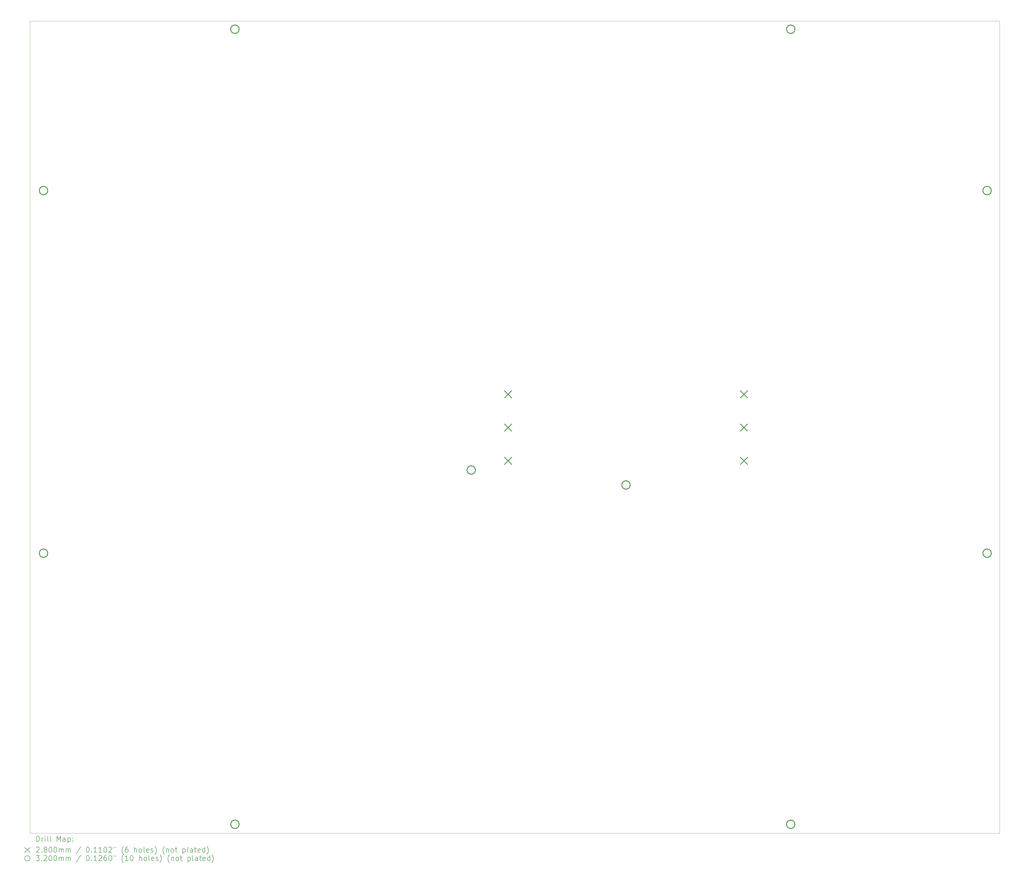
<source format=gbr>
%TF.GenerationSoftware,KiCad,Pcbnew,(6.0.8)*%
%TF.CreationDate,2022-10-19T21:35:52+01:00*%
%TF.ProjectId,DgnBeta,44676e42-6574-4612-9e6b-696361645f70,rev?*%
%TF.SameCoordinates,Original*%
%TF.FileFunction,Drillmap*%
%TF.FilePolarity,Positive*%
%FSLAX45Y45*%
G04 Gerber Fmt 4.5, Leading zero omitted, Abs format (unit mm)*
G04 Created by KiCad (PCBNEW (6.0.8)) date 2022-10-19 21:35:52*
%MOMM*%
%LPD*%
G01*
G04 APERTURE LIST*
%ADD10C,0.050000*%
%ADD11C,0.200000*%
%ADD12C,0.280000*%
%ADD13C,0.320000*%
G04 APERTURE END LIST*
D10*
X1450000Y-38500000D02*
X38450000Y-38500000D01*
X38450000Y-38500000D02*
X38450000Y-7500000D01*
X1450000Y-7500000D02*
X38450000Y-7500000D01*
X1450000Y-38500000D02*
X1450000Y-7500000D01*
D11*
D12*
X19553500Y-21607000D02*
X19833500Y-21887000D01*
X19833500Y-21607000D02*
X19553500Y-21887000D01*
X19553500Y-22877000D02*
X19833500Y-23157000D01*
X19833500Y-22877000D02*
X19553500Y-23157000D01*
X19553500Y-24147000D02*
X19833500Y-24427000D01*
X19833500Y-24147000D02*
X19553500Y-24427000D01*
X28553500Y-21607000D02*
X28833500Y-21887000D01*
X28833500Y-21607000D02*
X28553500Y-21887000D01*
X28553500Y-22877000D02*
X28833500Y-23157000D01*
X28833500Y-22877000D02*
X28553500Y-23157000D01*
X28553500Y-24147000D02*
X28833500Y-24427000D01*
X28833500Y-24147000D02*
X28553500Y-24427000D01*
D13*
X2128500Y-13970000D02*
G75*
G03*
X2128500Y-13970000I-160000J0D01*
G01*
X2128500Y-27813000D02*
G75*
G03*
X2128500Y-27813000I-160000J0D01*
G01*
X9431000Y-7810500D02*
G75*
G03*
X9431000Y-7810500I-160000J0D01*
G01*
X9431000Y-38163500D02*
G75*
G03*
X9431000Y-38163500I-160000J0D01*
G01*
X18448000Y-24638000D02*
G75*
G03*
X18448000Y-24638000I-160000J0D01*
G01*
X24353500Y-25209500D02*
G75*
G03*
X24353500Y-25209500I-160000J0D01*
G01*
X30640000Y-7810500D02*
G75*
G03*
X30640000Y-7810500I-160000J0D01*
G01*
X30640000Y-38163500D02*
G75*
G03*
X30640000Y-38163500I-160000J0D01*
G01*
X38133000Y-13970000D02*
G75*
G03*
X38133000Y-13970000I-160000J0D01*
G01*
X38133000Y-27813000D02*
G75*
G03*
X38133000Y-27813000I-160000J0D01*
G01*
D11*
X1705119Y-38812976D02*
X1705119Y-38612976D01*
X1752738Y-38612976D01*
X1781309Y-38622500D01*
X1800357Y-38641548D01*
X1809881Y-38660595D01*
X1819405Y-38698690D01*
X1819405Y-38727262D01*
X1809881Y-38765357D01*
X1800357Y-38784405D01*
X1781309Y-38803452D01*
X1752738Y-38812976D01*
X1705119Y-38812976D01*
X1905119Y-38812976D02*
X1905119Y-38679643D01*
X1905119Y-38717738D02*
X1914643Y-38698690D01*
X1924167Y-38689167D01*
X1943214Y-38679643D01*
X1962262Y-38679643D01*
X2028928Y-38812976D02*
X2028928Y-38679643D01*
X2028928Y-38612976D02*
X2019405Y-38622500D01*
X2028928Y-38632024D01*
X2038452Y-38622500D01*
X2028928Y-38612976D01*
X2028928Y-38632024D01*
X2152738Y-38812976D02*
X2133690Y-38803452D01*
X2124167Y-38784405D01*
X2124167Y-38612976D01*
X2257500Y-38812976D02*
X2238452Y-38803452D01*
X2228929Y-38784405D01*
X2228929Y-38612976D01*
X2486071Y-38812976D02*
X2486071Y-38612976D01*
X2552738Y-38755833D01*
X2619405Y-38612976D01*
X2619405Y-38812976D01*
X2800357Y-38812976D02*
X2800357Y-38708214D01*
X2790833Y-38689167D01*
X2771786Y-38679643D01*
X2733690Y-38679643D01*
X2714643Y-38689167D01*
X2800357Y-38803452D02*
X2781310Y-38812976D01*
X2733690Y-38812976D01*
X2714643Y-38803452D01*
X2705119Y-38784405D01*
X2705119Y-38765357D01*
X2714643Y-38746310D01*
X2733690Y-38736786D01*
X2781310Y-38736786D01*
X2800357Y-38727262D01*
X2895595Y-38679643D02*
X2895595Y-38879643D01*
X2895595Y-38689167D02*
X2914643Y-38679643D01*
X2952738Y-38679643D01*
X2971786Y-38689167D01*
X2981309Y-38698690D01*
X2990833Y-38717738D01*
X2990833Y-38774881D01*
X2981309Y-38793929D01*
X2971786Y-38803452D01*
X2952738Y-38812976D01*
X2914643Y-38812976D01*
X2895595Y-38803452D01*
X3076548Y-38793929D02*
X3086071Y-38803452D01*
X3076548Y-38812976D01*
X3067024Y-38803452D01*
X3076548Y-38793929D01*
X3076548Y-38812976D01*
X3076548Y-38689167D02*
X3086071Y-38698690D01*
X3076548Y-38708214D01*
X3067024Y-38698690D01*
X3076548Y-38689167D01*
X3076548Y-38708214D01*
X1247500Y-39042500D02*
X1447500Y-39242500D01*
X1447500Y-39042500D02*
X1247500Y-39242500D01*
X1695595Y-39052024D02*
X1705119Y-39042500D01*
X1724167Y-39032976D01*
X1771786Y-39032976D01*
X1790833Y-39042500D01*
X1800357Y-39052024D01*
X1809881Y-39071071D01*
X1809881Y-39090119D01*
X1800357Y-39118690D01*
X1686071Y-39232976D01*
X1809881Y-39232976D01*
X1895595Y-39213929D02*
X1905119Y-39223452D01*
X1895595Y-39232976D01*
X1886071Y-39223452D01*
X1895595Y-39213929D01*
X1895595Y-39232976D01*
X2019405Y-39118690D02*
X2000357Y-39109167D01*
X1990833Y-39099643D01*
X1981309Y-39080595D01*
X1981309Y-39071071D01*
X1990833Y-39052024D01*
X2000357Y-39042500D01*
X2019405Y-39032976D01*
X2057500Y-39032976D01*
X2076548Y-39042500D01*
X2086071Y-39052024D01*
X2095595Y-39071071D01*
X2095595Y-39080595D01*
X2086071Y-39099643D01*
X2076548Y-39109167D01*
X2057500Y-39118690D01*
X2019405Y-39118690D01*
X2000357Y-39128214D01*
X1990833Y-39137738D01*
X1981309Y-39156786D01*
X1981309Y-39194881D01*
X1990833Y-39213929D01*
X2000357Y-39223452D01*
X2019405Y-39232976D01*
X2057500Y-39232976D01*
X2076548Y-39223452D01*
X2086071Y-39213929D01*
X2095595Y-39194881D01*
X2095595Y-39156786D01*
X2086071Y-39137738D01*
X2076548Y-39128214D01*
X2057500Y-39118690D01*
X2219405Y-39032976D02*
X2238452Y-39032976D01*
X2257500Y-39042500D01*
X2267024Y-39052024D01*
X2276548Y-39071071D01*
X2286071Y-39109167D01*
X2286071Y-39156786D01*
X2276548Y-39194881D01*
X2267024Y-39213929D01*
X2257500Y-39223452D01*
X2238452Y-39232976D01*
X2219405Y-39232976D01*
X2200357Y-39223452D01*
X2190833Y-39213929D01*
X2181310Y-39194881D01*
X2171786Y-39156786D01*
X2171786Y-39109167D01*
X2181310Y-39071071D01*
X2190833Y-39052024D01*
X2200357Y-39042500D01*
X2219405Y-39032976D01*
X2409881Y-39032976D02*
X2428929Y-39032976D01*
X2447976Y-39042500D01*
X2457500Y-39052024D01*
X2467024Y-39071071D01*
X2476548Y-39109167D01*
X2476548Y-39156786D01*
X2467024Y-39194881D01*
X2457500Y-39213929D01*
X2447976Y-39223452D01*
X2428929Y-39232976D01*
X2409881Y-39232976D01*
X2390833Y-39223452D01*
X2381310Y-39213929D01*
X2371786Y-39194881D01*
X2362262Y-39156786D01*
X2362262Y-39109167D01*
X2371786Y-39071071D01*
X2381310Y-39052024D01*
X2390833Y-39042500D01*
X2409881Y-39032976D01*
X2562262Y-39232976D02*
X2562262Y-39099643D01*
X2562262Y-39118690D02*
X2571786Y-39109167D01*
X2590833Y-39099643D01*
X2619405Y-39099643D01*
X2638452Y-39109167D01*
X2647976Y-39128214D01*
X2647976Y-39232976D01*
X2647976Y-39128214D02*
X2657500Y-39109167D01*
X2676548Y-39099643D01*
X2705119Y-39099643D01*
X2724167Y-39109167D01*
X2733690Y-39128214D01*
X2733690Y-39232976D01*
X2828928Y-39232976D02*
X2828928Y-39099643D01*
X2828928Y-39118690D02*
X2838452Y-39109167D01*
X2857500Y-39099643D01*
X2886071Y-39099643D01*
X2905119Y-39109167D01*
X2914643Y-39128214D01*
X2914643Y-39232976D01*
X2914643Y-39128214D02*
X2924167Y-39109167D01*
X2943214Y-39099643D01*
X2971786Y-39099643D01*
X2990833Y-39109167D01*
X3000357Y-39128214D01*
X3000357Y-39232976D01*
X3390833Y-39023452D02*
X3219405Y-39280595D01*
X3647976Y-39032976D02*
X3667024Y-39032976D01*
X3686071Y-39042500D01*
X3695595Y-39052024D01*
X3705119Y-39071071D01*
X3714643Y-39109167D01*
X3714643Y-39156786D01*
X3705119Y-39194881D01*
X3695595Y-39213929D01*
X3686071Y-39223452D01*
X3667024Y-39232976D01*
X3647976Y-39232976D01*
X3628928Y-39223452D01*
X3619405Y-39213929D01*
X3609881Y-39194881D01*
X3600357Y-39156786D01*
X3600357Y-39109167D01*
X3609881Y-39071071D01*
X3619405Y-39052024D01*
X3628928Y-39042500D01*
X3647976Y-39032976D01*
X3800357Y-39213929D02*
X3809881Y-39223452D01*
X3800357Y-39232976D01*
X3790833Y-39223452D01*
X3800357Y-39213929D01*
X3800357Y-39232976D01*
X4000357Y-39232976D02*
X3886071Y-39232976D01*
X3943214Y-39232976D02*
X3943214Y-39032976D01*
X3924167Y-39061548D01*
X3905119Y-39080595D01*
X3886071Y-39090119D01*
X4190833Y-39232976D02*
X4076548Y-39232976D01*
X4133690Y-39232976D02*
X4133690Y-39032976D01*
X4114643Y-39061548D01*
X4095595Y-39080595D01*
X4076548Y-39090119D01*
X4314643Y-39032976D02*
X4333690Y-39032976D01*
X4352738Y-39042500D01*
X4362262Y-39052024D01*
X4371786Y-39071071D01*
X4381310Y-39109167D01*
X4381310Y-39156786D01*
X4371786Y-39194881D01*
X4362262Y-39213929D01*
X4352738Y-39223452D01*
X4333690Y-39232976D01*
X4314643Y-39232976D01*
X4295595Y-39223452D01*
X4286071Y-39213929D01*
X4276548Y-39194881D01*
X4267024Y-39156786D01*
X4267024Y-39109167D01*
X4276548Y-39071071D01*
X4286071Y-39052024D01*
X4295595Y-39042500D01*
X4314643Y-39032976D01*
X4457500Y-39052024D02*
X4467024Y-39042500D01*
X4486071Y-39032976D01*
X4533690Y-39032976D01*
X4552738Y-39042500D01*
X4562262Y-39052024D01*
X4571786Y-39071071D01*
X4571786Y-39090119D01*
X4562262Y-39118690D01*
X4447976Y-39232976D01*
X4571786Y-39232976D01*
X4647976Y-39032976D02*
X4647976Y-39071071D01*
X4724167Y-39032976D02*
X4724167Y-39071071D01*
X5019405Y-39309167D02*
X5009881Y-39299643D01*
X4990833Y-39271071D01*
X4981310Y-39252024D01*
X4971786Y-39223452D01*
X4962262Y-39175833D01*
X4962262Y-39137738D01*
X4971786Y-39090119D01*
X4981310Y-39061548D01*
X4990833Y-39042500D01*
X5009881Y-39013929D01*
X5019405Y-39004405D01*
X5181310Y-39032976D02*
X5143214Y-39032976D01*
X5124167Y-39042500D01*
X5114643Y-39052024D01*
X5095595Y-39080595D01*
X5086071Y-39118690D01*
X5086071Y-39194881D01*
X5095595Y-39213929D01*
X5105119Y-39223452D01*
X5124167Y-39232976D01*
X5162262Y-39232976D01*
X5181310Y-39223452D01*
X5190833Y-39213929D01*
X5200357Y-39194881D01*
X5200357Y-39147262D01*
X5190833Y-39128214D01*
X5181310Y-39118690D01*
X5162262Y-39109167D01*
X5124167Y-39109167D01*
X5105119Y-39118690D01*
X5095595Y-39128214D01*
X5086071Y-39147262D01*
X5438452Y-39232976D02*
X5438452Y-39032976D01*
X5524167Y-39232976D02*
X5524167Y-39128214D01*
X5514643Y-39109167D01*
X5495595Y-39099643D01*
X5467024Y-39099643D01*
X5447976Y-39109167D01*
X5438452Y-39118690D01*
X5647976Y-39232976D02*
X5628928Y-39223452D01*
X5619405Y-39213929D01*
X5609881Y-39194881D01*
X5609881Y-39137738D01*
X5619405Y-39118690D01*
X5628928Y-39109167D01*
X5647976Y-39099643D01*
X5676548Y-39099643D01*
X5695595Y-39109167D01*
X5705119Y-39118690D01*
X5714643Y-39137738D01*
X5714643Y-39194881D01*
X5705119Y-39213929D01*
X5695595Y-39223452D01*
X5676548Y-39232976D01*
X5647976Y-39232976D01*
X5828928Y-39232976D02*
X5809881Y-39223452D01*
X5800357Y-39204405D01*
X5800357Y-39032976D01*
X5981309Y-39223452D02*
X5962262Y-39232976D01*
X5924167Y-39232976D01*
X5905119Y-39223452D01*
X5895595Y-39204405D01*
X5895595Y-39128214D01*
X5905119Y-39109167D01*
X5924167Y-39099643D01*
X5962262Y-39099643D01*
X5981309Y-39109167D01*
X5990833Y-39128214D01*
X5990833Y-39147262D01*
X5895595Y-39166310D01*
X6067024Y-39223452D02*
X6086071Y-39232976D01*
X6124167Y-39232976D01*
X6143214Y-39223452D01*
X6152738Y-39204405D01*
X6152738Y-39194881D01*
X6143214Y-39175833D01*
X6124167Y-39166310D01*
X6095595Y-39166310D01*
X6076548Y-39156786D01*
X6067024Y-39137738D01*
X6067024Y-39128214D01*
X6076548Y-39109167D01*
X6095595Y-39099643D01*
X6124167Y-39099643D01*
X6143214Y-39109167D01*
X6219405Y-39309167D02*
X6228928Y-39299643D01*
X6247976Y-39271071D01*
X6257500Y-39252024D01*
X6267024Y-39223452D01*
X6276548Y-39175833D01*
X6276548Y-39137738D01*
X6267024Y-39090119D01*
X6257500Y-39061548D01*
X6247976Y-39042500D01*
X6228928Y-39013929D01*
X6219405Y-39004405D01*
X6581309Y-39309167D02*
X6571786Y-39299643D01*
X6552738Y-39271071D01*
X6543214Y-39252024D01*
X6533690Y-39223452D01*
X6524167Y-39175833D01*
X6524167Y-39137738D01*
X6533690Y-39090119D01*
X6543214Y-39061548D01*
X6552738Y-39042500D01*
X6571786Y-39013929D01*
X6581309Y-39004405D01*
X6657500Y-39099643D02*
X6657500Y-39232976D01*
X6657500Y-39118690D02*
X6667024Y-39109167D01*
X6686071Y-39099643D01*
X6714643Y-39099643D01*
X6733690Y-39109167D01*
X6743214Y-39128214D01*
X6743214Y-39232976D01*
X6867024Y-39232976D02*
X6847976Y-39223452D01*
X6838452Y-39213929D01*
X6828928Y-39194881D01*
X6828928Y-39137738D01*
X6838452Y-39118690D01*
X6847976Y-39109167D01*
X6867024Y-39099643D01*
X6895595Y-39099643D01*
X6914643Y-39109167D01*
X6924167Y-39118690D01*
X6933690Y-39137738D01*
X6933690Y-39194881D01*
X6924167Y-39213929D01*
X6914643Y-39223452D01*
X6895595Y-39232976D01*
X6867024Y-39232976D01*
X6990833Y-39099643D02*
X7067024Y-39099643D01*
X7019405Y-39032976D02*
X7019405Y-39204405D01*
X7028928Y-39223452D01*
X7047976Y-39232976D01*
X7067024Y-39232976D01*
X7286071Y-39099643D02*
X7286071Y-39299643D01*
X7286071Y-39109167D02*
X7305119Y-39099643D01*
X7343214Y-39099643D01*
X7362262Y-39109167D01*
X7371786Y-39118690D01*
X7381309Y-39137738D01*
X7381309Y-39194881D01*
X7371786Y-39213929D01*
X7362262Y-39223452D01*
X7343214Y-39232976D01*
X7305119Y-39232976D01*
X7286071Y-39223452D01*
X7495595Y-39232976D02*
X7476548Y-39223452D01*
X7467024Y-39204405D01*
X7467024Y-39032976D01*
X7657500Y-39232976D02*
X7657500Y-39128214D01*
X7647976Y-39109167D01*
X7628928Y-39099643D01*
X7590833Y-39099643D01*
X7571786Y-39109167D01*
X7657500Y-39223452D02*
X7638452Y-39232976D01*
X7590833Y-39232976D01*
X7571786Y-39223452D01*
X7562262Y-39204405D01*
X7562262Y-39185357D01*
X7571786Y-39166310D01*
X7590833Y-39156786D01*
X7638452Y-39156786D01*
X7657500Y-39147262D01*
X7724167Y-39099643D02*
X7800357Y-39099643D01*
X7752738Y-39032976D02*
X7752738Y-39204405D01*
X7762262Y-39223452D01*
X7781309Y-39232976D01*
X7800357Y-39232976D01*
X7943214Y-39223452D02*
X7924167Y-39232976D01*
X7886071Y-39232976D01*
X7867024Y-39223452D01*
X7857500Y-39204405D01*
X7857500Y-39128214D01*
X7867024Y-39109167D01*
X7886071Y-39099643D01*
X7924167Y-39099643D01*
X7943214Y-39109167D01*
X7952738Y-39128214D01*
X7952738Y-39147262D01*
X7857500Y-39166310D01*
X8124167Y-39232976D02*
X8124167Y-39032976D01*
X8124167Y-39223452D02*
X8105119Y-39232976D01*
X8067024Y-39232976D01*
X8047976Y-39223452D01*
X8038452Y-39213929D01*
X8028928Y-39194881D01*
X8028928Y-39137738D01*
X8038452Y-39118690D01*
X8047976Y-39109167D01*
X8067024Y-39099643D01*
X8105119Y-39099643D01*
X8124167Y-39109167D01*
X8200357Y-39309167D02*
X8209881Y-39299643D01*
X8228928Y-39271071D01*
X8238452Y-39252024D01*
X8247976Y-39223452D01*
X8257500Y-39175833D01*
X8257500Y-39137738D01*
X8247976Y-39090119D01*
X8238452Y-39061548D01*
X8228928Y-39042500D01*
X8209881Y-39013929D01*
X8200357Y-39004405D01*
X1447500Y-39462500D02*
G75*
G03*
X1447500Y-39462500I-100000J0D01*
G01*
X1686071Y-39352976D02*
X1809881Y-39352976D01*
X1743214Y-39429167D01*
X1771786Y-39429167D01*
X1790833Y-39438690D01*
X1800357Y-39448214D01*
X1809881Y-39467262D01*
X1809881Y-39514881D01*
X1800357Y-39533929D01*
X1790833Y-39543452D01*
X1771786Y-39552976D01*
X1714643Y-39552976D01*
X1695595Y-39543452D01*
X1686071Y-39533929D01*
X1895595Y-39533929D02*
X1905119Y-39543452D01*
X1895595Y-39552976D01*
X1886071Y-39543452D01*
X1895595Y-39533929D01*
X1895595Y-39552976D01*
X1981309Y-39372024D02*
X1990833Y-39362500D01*
X2009881Y-39352976D01*
X2057500Y-39352976D01*
X2076548Y-39362500D01*
X2086071Y-39372024D01*
X2095595Y-39391071D01*
X2095595Y-39410119D01*
X2086071Y-39438690D01*
X1971786Y-39552976D01*
X2095595Y-39552976D01*
X2219405Y-39352976D02*
X2238452Y-39352976D01*
X2257500Y-39362500D01*
X2267024Y-39372024D01*
X2276548Y-39391071D01*
X2286071Y-39429167D01*
X2286071Y-39476786D01*
X2276548Y-39514881D01*
X2267024Y-39533929D01*
X2257500Y-39543452D01*
X2238452Y-39552976D01*
X2219405Y-39552976D01*
X2200357Y-39543452D01*
X2190833Y-39533929D01*
X2181310Y-39514881D01*
X2171786Y-39476786D01*
X2171786Y-39429167D01*
X2181310Y-39391071D01*
X2190833Y-39372024D01*
X2200357Y-39362500D01*
X2219405Y-39352976D01*
X2409881Y-39352976D02*
X2428929Y-39352976D01*
X2447976Y-39362500D01*
X2457500Y-39372024D01*
X2467024Y-39391071D01*
X2476548Y-39429167D01*
X2476548Y-39476786D01*
X2467024Y-39514881D01*
X2457500Y-39533929D01*
X2447976Y-39543452D01*
X2428929Y-39552976D01*
X2409881Y-39552976D01*
X2390833Y-39543452D01*
X2381310Y-39533929D01*
X2371786Y-39514881D01*
X2362262Y-39476786D01*
X2362262Y-39429167D01*
X2371786Y-39391071D01*
X2381310Y-39372024D01*
X2390833Y-39362500D01*
X2409881Y-39352976D01*
X2562262Y-39552976D02*
X2562262Y-39419643D01*
X2562262Y-39438690D02*
X2571786Y-39429167D01*
X2590833Y-39419643D01*
X2619405Y-39419643D01*
X2638452Y-39429167D01*
X2647976Y-39448214D01*
X2647976Y-39552976D01*
X2647976Y-39448214D02*
X2657500Y-39429167D01*
X2676548Y-39419643D01*
X2705119Y-39419643D01*
X2724167Y-39429167D01*
X2733690Y-39448214D01*
X2733690Y-39552976D01*
X2828928Y-39552976D02*
X2828928Y-39419643D01*
X2828928Y-39438690D02*
X2838452Y-39429167D01*
X2857500Y-39419643D01*
X2886071Y-39419643D01*
X2905119Y-39429167D01*
X2914643Y-39448214D01*
X2914643Y-39552976D01*
X2914643Y-39448214D02*
X2924167Y-39429167D01*
X2943214Y-39419643D01*
X2971786Y-39419643D01*
X2990833Y-39429167D01*
X3000357Y-39448214D01*
X3000357Y-39552976D01*
X3390833Y-39343452D02*
X3219405Y-39600595D01*
X3647976Y-39352976D02*
X3667024Y-39352976D01*
X3686071Y-39362500D01*
X3695595Y-39372024D01*
X3705119Y-39391071D01*
X3714643Y-39429167D01*
X3714643Y-39476786D01*
X3705119Y-39514881D01*
X3695595Y-39533929D01*
X3686071Y-39543452D01*
X3667024Y-39552976D01*
X3647976Y-39552976D01*
X3628928Y-39543452D01*
X3619405Y-39533929D01*
X3609881Y-39514881D01*
X3600357Y-39476786D01*
X3600357Y-39429167D01*
X3609881Y-39391071D01*
X3619405Y-39372024D01*
X3628928Y-39362500D01*
X3647976Y-39352976D01*
X3800357Y-39533929D02*
X3809881Y-39543452D01*
X3800357Y-39552976D01*
X3790833Y-39543452D01*
X3800357Y-39533929D01*
X3800357Y-39552976D01*
X4000357Y-39552976D02*
X3886071Y-39552976D01*
X3943214Y-39552976D02*
X3943214Y-39352976D01*
X3924167Y-39381548D01*
X3905119Y-39400595D01*
X3886071Y-39410119D01*
X4076548Y-39372024D02*
X4086071Y-39362500D01*
X4105119Y-39352976D01*
X4152738Y-39352976D01*
X4171786Y-39362500D01*
X4181309Y-39372024D01*
X4190833Y-39391071D01*
X4190833Y-39410119D01*
X4181309Y-39438690D01*
X4067024Y-39552976D01*
X4190833Y-39552976D01*
X4362262Y-39352976D02*
X4324167Y-39352976D01*
X4305119Y-39362500D01*
X4295595Y-39372024D01*
X4276548Y-39400595D01*
X4267024Y-39438690D01*
X4267024Y-39514881D01*
X4276548Y-39533929D01*
X4286071Y-39543452D01*
X4305119Y-39552976D01*
X4343214Y-39552976D01*
X4362262Y-39543452D01*
X4371786Y-39533929D01*
X4381310Y-39514881D01*
X4381310Y-39467262D01*
X4371786Y-39448214D01*
X4362262Y-39438690D01*
X4343214Y-39429167D01*
X4305119Y-39429167D01*
X4286071Y-39438690D01*
X4276548Y-39448214D01*
X4267024Y-39467262D01*
X4505119Y-39352976D02*
X4524167Y-39352976D01*
X4543214Y-39362500D01*
X4552738Y-39372024D01*
X4562262Y-39391071D01*
X4571786Y-39429167D01*
X4571786Y-39476786D01*
X4562262Y-39514881D01*
X4552738Y-39533929D01*
X4543214Y-39543452D01*
X4524167Y-39552976D01*
X4505119Y-39552976D01*
X4486071Y-39543452D01*
X4476548Y-39533929D01*
X4467024Y-39514881D01*
X4457500Y-39476786D01*
X4457500Y-39429167D01*
X4467024Y-39391071D01*
X4476548Y-39372024D01*
X4486071Y-39362500D01*
X4505119Y-39352976D01*
X4647976Y-39352976D02*
X4647976Y-39391071D01*
X4724167Y-39352976D02*
X4724167Y-39391071D01*
X5019405Y-39629167D02*
X5009881Y-39619643D01*
X4990833Y-39591071D01*
X4981310Y-39572024D01*
X4971786Y-39543452D01*
X4962262Y-39495833D01*
X4962262Y-39457738D01*
X4971786Y-39410119D01*
X4981310Y-39381548D01*
X4990833Y-39362500D01*
X5009881Y-39333929D01*
X5019405Y-39324405D01*
X5200357Y-39552976D02*
X5086071Y-39552976D01*
X5143214Y-39552976D02*
X5143214Y-39352976D01*
X5124167Y-39381548D01*
X5105119Y-39400595D01*
X5086071Y-39410119D01*
X5324167Y-39352976D02*
X5343214Y-39352976D01*
X5362262Y-39362500D01*
X5371786Y-39372024D01*
X5381310Y-39391071D01*
X5390833Y-39429167D01*
X5390833Y-39476786D01*
X5381310Y-39514881D01*
X5371786Y-39533929D01*
X5362262Y-39543452D01*
X5343214Y-39552976D01*
X5324167Y-39552976D01*
X5305119Y-39543452D01*
X5295595Y-39533929D01*
X5286071Y-39514881D01*
X5276548Y-39476786D01*
X5276548Y-39429167D01*
X5286071Y-39391071D01*
X5295595Y-39372024D01*
X5305119Y-39362500D01*
X5324167Y-39352976D01*
X5628928Y-39552976D02*
X5628928Y-39352976D01*
X5714643Y-39552976D02*
X5714643Y-39448214D01*
X5705119Y-39429167D01*
X5686071Y-39419643D01*
X5657500Y-39419643D01*
X5638452Y-39429167D01*
X5628928Y-39438690D01*
X5838452Y-39552976D02*
X5819405Y-39543452D01*
X5809881Y-39533929D01*
X5800357Y-39514881D01*
X5800357Y-39457738D01*
X5809881Y-39438690D01*
X5819405Y-39429167D01*
X5838452Y-39419643D01*
X5867024Y-39419643D01*
X5886071Y-39429167D01*
X5895595Y-39438690D01*
X5905119Y-39457738D01*
X5905119Y-39514881D01*
X5895595Y-39533929D01*
X5886071Y-39543452D01*
X5867024Y-39552976D01*
X5838452Y-39552976D01*
X6019405Y-39552976D02*
X6000357Y-39543452D01*
X5990833Y-39524405D01*
X5990833Y-39352976D01*
X6171786Y-39543452D02*
X6152738Y-39552976D01*
X6114643Y-39552976D01*
X6095595Y-39543452D01*
X6086071Y-39524405D01*
X6086071Y-39448214D01*
X6095595Y-39429167D01*
X6114643Y-39419643D01*
X6152738Y-39419643D01*
X6171786Y-39429167D01*
X6181309Y-39448214D01*
X6181309Y-39467262D01*
X6086071Y-39486310D01*
X6257500Y-39543452D02*
X6276548Y-39552976D01*
X6314643Y-39552976D01*
X6333690Y-39543452D01*
X6343214Y-39524405D01*
X6343214Y-39514881D01*
X6333690Y-39495833D01*
X6314643Y-39486310D01*
X6286071Y-39486310D01*
X6267024Y-39476786D01*
X6257500Y-39457738D01*
X6257500Y-39448214D01*
X6267024Y-39429167D01*
X6286071Y-39419643D01*
X6314643Y-39419643D01*
X6333690Y-39429167D01*
X6409881Y-39629167D02*
X6419405Y-39619643D01*
X6438452Y-39591071D01*
X6447976Y-39572024D01*
X6457500Y-39543452D01*
X6467024Y-39495833D01*
X6467024Y-39457738D01*
X6457500Y-39410119D01*
X6447976Y-39381548D01*
X6438452Y-39362500D01*
X6419405Y-39333929D01*
X6409881Y-39324405D01*
X6771786Y-39629167D02*
X6762262Y-39619643D01*
X6743214Y-39591071D01*
X6733690Y-39572024D01*
X6724167Y-39543452D01*
X6714643Y-39495833D01*
X6714643Y-39457738D01*
X6724167Y-39410119D01*
X6733690Y-39381548D01*
X6743214Y-39362500D01*
X6762262Y-39333929D01*
X6771786Y-39324405D01*
X6847976Y-39419643D02*
X6847976Y-39552976D01*
X6847976Y-39438690D02*
X6857500Y-39429167D01*
X6876548Y-39419643D01*
X6905119Y-39419643D01*
X6924167Y-39429167D01*
X6933690Y-39448214D01*
X6933690Y-39552976D01*
X7057500Y-39552976D02*
X7038452Y-39543452D01*
X7028928Y-39533929D01*
X7019405Y-39514881D01*
X7019405Y-39457738D01*
X7028928Y-39438690D01*
X7038452Y-39429167D01*
X7057500Y-39419643D01*
X7086071Y-39419643D01*
X7105119Y-39429167D01*
X7114643Y-39438690D01*
X7124167Y-39457738D01*
X7124167Y-39514881D01*
X7114643Y-39533929D01*
X7105119Y-39543452D01*
X7086071Y-39552976D01*
X7057500Y-39552976D01*
X7181309Y-39419643D02*
X7257500Y-39419643D01*
X7209881Y-39352976D02*
X7209881Y-39524405D01*
X7219405Y-39543452D01*
X7238452Y-39552976D01*
X7257500Y-39552976D01*
X7476548Y-39419643D02*
X7476548Y-39619643D01*
X7476548Y-39429167D02*
X7495595Y-39419643D01*
X7533690Y-39419643D01*
X7552738Y-39429167D01*
X7562262Y-39438690D01*
X7571786Y-39457738D01*
X7571786Y-39514881D01*
X7562262Y-39533929D01*
X7552738Y-39543452D01*
X7533690Y-39552976D01*
X7495595Y-39552976D01*
X7476548Y-39543452D01*
X7686071Y-39552976D02*
X7667024Y-39543452D01*
X7657500Y-39524405D01*
X7657500Y-39352976D01*
X7847976Y-39552976D02*
X7847976Y-39448214D01*
X7838452Y-39429167D01*
X7819405Y-39419643D01*
X7781309Y-39419643D01*
X7762262Y-39429167D01*
X7847976Y-39543452D02*
X7828928Y-39552976D01*
X7781309Y-39552976D01*
X7762262Y-39543452D01*
X7752738Y-39524405D01*
X7752738Y-39505357D01*
X7762262Y-39486310D01*
X7781309Y-39476786D01*
X7828928Y-39476786D01*
X7847976Y-39467262D01*
X7914643Y-39419643D02*
X7990833Y-39419643D01*
X7943214Y-39352976D02*
X7943214Y-39524405D01*
X7952738Y-39543452D01*
X7971786Y-39552976D01*
X7990833Y-39552976D01*
X8133690Y-39543452D02*
X8114643Y-39552976D01*
X8076548Y-39552976D01*
X8057500Y-39543452D01*
X8047976Y-39524405D01*
X8047976Y-39448214D01*
X8057500Y-39429167D01*
X8076548Y-39419643D01*
X8114643Y-39419643D01*
X8133690Y-39429167D01*
X8143214Y-39448214D01*
X8143214Y-39467262D01*
X8047976Y-39486310D01*
X8314643Y-39552976D02*
X8314643Y-39352976D01*
X8314643Y-39543452D02*
X8295595Y-39552976D01*
X8257500Y-39552976D01*
X8238452Y-39543452D01*
X8228928Y-39533929D01*
X8219405Y-39514881D01*
X8219405Y-39457738D01*
X8228928Y-39438690D01*
X8238452Y-39429167D01*
X8257500Y-39419643D01*
X8295595Y-39419643D01*
X8314643Y-39429167D01*
X8390833Y-39629167D02*
X8400357Y-39619643D01*
X8419405Y-39591071D01*
X8428929Y-39572024D01*
X8438452Y-39543452D01*
X8447976Y-39495833D01*
X8447976Y-39457738D01*
X8438452Y-39410119D01*
X8428929Y-39381548D01*
X8419405Y-39362500D01*
X8400357Y-39333929D01*
X8390833Y-39324405D01*
M02*

</source>
